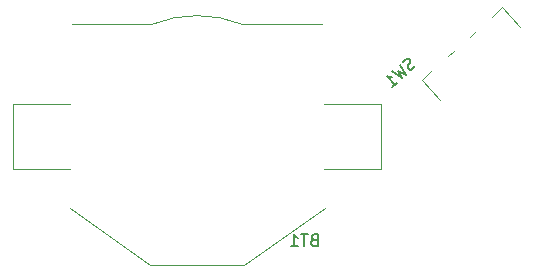
<source format=gbo>
%TF.GenerationSoftware,KiCad,Pcbnew,8.0.5*%
%TF.CreationDate,2024-09-25T11:06:08-04:00*%
%TF.ProjectId,HeartLEDTHT,48656172-744c-4454-9454-48542e6b6963,rev?*%
%TF.SameCoordinates,Original*%
%TF.FileFunction,Legend,Bot*%
%TF.FilePolarity,Positive*%
%FSLAX46Y46*%
G04 Gerber Fmt 4.6, Leading zero omitted, Abs format (unit mm)*
G04 Created by KiCad (PCBNEW 8.0.5) date 2024-09-25 11:06:08*
%MOMM*%
%LPD*%
G01*
G04 APERTURE LIST*
%ADD10C,0.150000*%
%ADD11C,0.120000*%
G04 APERTURE END LIST*
D10*
X106463329Y-154510434D02*
X106389029Y-154641412D01*
X106389029Y-154641412D02*
X106212089Y-154800729D01*
X106212089Y-154800729D02*
X106109450Y-154829068D01*
X106109450Y-154829068D02*
X106042199Y-154825543D01*
X106042199Y-154825543D02*
X105943085Y-154786631D01*
X105943085Y-154786631D02*
X105879358Y-154715855D01*
X105879358Y-154715855D02*
X105851019Y-154613216D01*
X105851019Y-154613216D02*
X105854543Y-154545965D01*
X105854543Y-154545965D02*
X105893456Y-154446851D01*
X105893456Y-154446851D02*
X106003144Y-154284009D01*
X106003144Y-154284009D02*
X106042056Y-154184895D01*
X106042056Y-154184895D02*
X106045581Y-154117643D01*
X106045581Y-154117643D02*
X106017242Y-154015004D01*
X106017242Y-154015004D02*
X105953515Y-153944229D01*
X105953515Y-153944229D02*
X105854400Y-153905316D01*
X105854400Y-153905316D02*
X105787149Y-153901792D01*
X105787149Y-153901792D02*
X105684510Y-153930131D01*
X105684510Y-153930131D02*
X105507571Y-154089448D01*
X105507571Y-154089448D02*
X105433271Y-154220426D01*
X105153692Y-154408081D02*
X105645884Y-155310543D01*
X105645884Y-155310543D02*
X105026382Y-154907179D01*
X105026382Y-154907179D02*
X105362781Y-155565450D01*
X105362781Y-155565450D02*
X104516711Y-154981622D01*
X104513473Y-156330170D02*
X104938127Y-155947810D01*
X104725800Y-156138990D02*
X104056669Y-155395845D01*
X104056669Y-155395845D02*
X104223035Y-155438282D01*
X104223035Y-155438282D02*
X104357537Y-155445331D01*
X104357537Y-155445331D02*
X104460177Y-155416992D01*
X97885714Y-169231009D02*
X97742857Y-169278628D01*
X97742857Y-169278628D02*
X97695238Y-169326247D01*
X97695238Y-169326247D02*
X97647619Y-169421485D01*
X97647619Y-169421485D02*
X97647619Y-169564342D01*
X97647619Y-169564342D02*
X97695238Y-169659580D01*
X97695238Y-169659580D02*
X97742857Y-169707200D01*
X97742857Y-169707200D02*
X97838095Y-169754819D01*
X97838095Y-169754819D02*
X98219047Y-169754819D01*
X98219047Y-169754819D02*
X98219047Y-168754819D01*
X98219047Y-168754819D02*
X97885714Y-168754819D01*
X97885714Y-168754819D02*
X97790476Y-168802438D01*
X97790476Y-168802438D02*
X97742857Y-168850057D01*
X97742857Y-168850057D02*
X97695238Y-168945295D01*
X97695238Y-168945295D02*
X97695238Y-169040533D01*
X97695238Y-169040533D02*
X97742857Y-169135771D01*
X97742857Y-169135771D02*
X97790476Y-169183390D01*
X97790476Y-169183390D02*
X97885714Y-169231009D01*
X97885714Y-169231009D02*
X98219047Y-169231009D01*
X97361904Y-168754819D02*
X96790476Y-168754819D01*
X97076190Y-169754819D02*
X97076190Y-168754819D01*
X95933333Y-169754819D02*
X96504761Y-169754819D01*
X96219047Y-169754819D02*
X96219047Y-168754819D01*
X96219047Y-168754819D02*
X96314285Y-168897676D01*
X96314285Y-168897676D02*
X96409523Y-168992914D01*
X96409523Y-168992914D02*
X96504761Y-169040533D01*
D11*
%TO.C,SW1*%
X107005600Y-155700215D02*
X107897373Y-154897258D01*
X108544601Y-157409449D02*
X107005600Y-155700215D01*
X109755236Y-153224431D02*
X109235034Y-153692824D01*
X111613098Y-151551605D02*
X111092895Y-152019998D01*
X112950758Y-150347171D02*
X113842532Y-149544215D01*
X113842532Y-149544215D02*
X115381532Y-151253448D01*
%TO.C,BT1*%
X72450000Y-157750000D02*
X72450000Y-163250000D01*
X72450000Y-163250000D02*
X77250000Y-163250000D01*
X77250000Y-157750000D02*
X72450000Y-157750000D01*
X77250000Y-166550000D02*
X84050000Y-171350000D01*
X84050000Y-171350000D02*
X91950000Y-171350000D01*
X84150000Y-151000000D02*
X77450000Y-151000000D01*
X91850000Y-151000000D02*
X98550000Y-151000000D01*
X91950000Y-171350000D02*
X98800000Y-166550000D01*
X98750000Y-163250000D02*
X103550000Y-163250000D01*
X103550000Y-157750000D02*
X98750000Y-157750000D01*
X103550000Y-163250000D02*
X103550000Y-157750000D01*
X84150000Y-151000000D02*
G75*
G02*
X91846385Y-150998536I3850000J-9500000D01*
G01*
%TD*%
M02*

</source>
